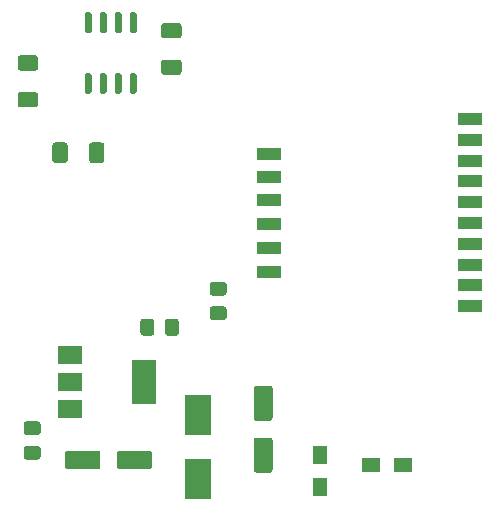
<source format=gtp>
G04 #@! TF.GenerationSoftware,KiCad,Pcbnew,5.1.10-88a1d61d58~88~ubuntu20.10.1*
G04 #@! TF.CreationDate,2021-05-21T17:46:03+03:00*
G04 #@! TF.ProjectId,Devboard,44657662-6f61-4726-942e-6b696361645f,rev?*
G04 #@! TF.SameCoordinates,Original*
G04 #@! TF.FileFunction,Paste,Top*
G04 #@! TF.FilePolarity,Positive*
%FSLAX46Y46*%
G04 Gerber Fmt 4.6, Leading zero omitted, Abs format (unit mm)*
G04 Created by KiCad (PCBNEW 5.1.10-88a1d61d58~88~ubuntu20.10.1) date 2021-05-21 17:46:03*
%MOMM*%
%LPD*%
G01*
G04 APERTURE LIST*
%ADD10R,2.300000X3.500000*%
%ADD11R,2.000000X1.500000*%
%ADD12R,2.000000X3.800000*%
%ADD13R,1.500000X1.300000*%
%ADD14R,1.300000X1.500000*%
%ADD15R,2.000000X1.000000*%
G04 APERTURE END LIST*
G36*
G01*
X132623400Y-101179200D02*
X133873400Y-101179200D01*
G75*
G02*
X134123400Y-101429200I0J-250000D01*
G01*
X134123400Y-102229200D01*
G75*
G02*
X133873400Y-102479200I-250000J0D01*
G01*
X132623400Y-102479200D01*
G75*
G02*
X132373400Y-102229200I0J250000D01*
G01*
X132373400Y-101429200D01*
G75*
G02*
X132623400Y-101179200I250000J0D01*
G01*
G37*
G36*
G01*
X132623400Y-98079200D02*
X133873400Y-98079200D01*
G75*
G02*
X134123400Y-98329200I0J-250000D01*
G01*
X134123400Y-99129200D01*
G75*
G02*
X133873400Y-99379200I-250000J0D01*
G01*
X132623400Y-99379200D01*
G75*
G02*
X132373400Y-99129200I0J250000D01*
G01*
X132373400Y-98329200D01*
G75*
G02*
X132623400Y-98079200I250000J0D01*
G01*
G37*
G36*
G01*
X138503800Y-96191600D02*
X138203800Y-96191600D01*
G75*
G02*
X138053800Y-96041600I0J150000D01*
G01*
X138053800Y-94591600D01*
G75*
G02*
X138203800Y-94441600I150000J0D01*
G01*
X138503800Y-94441600D01*
G75*
G02*
X138653800Y-94591600I0J-150000D01*
G01*
X138653800Y-96041600D01*
G75*
G02*
X138503800Y-96191600I-150000J0D01*
G01*
G37*
G36*
G01*
X139773800Y-96191600D02*
X139473800Y-96191600D01*
G75*
G02*
X139323800Y-96041600I0J150000D01*
G01*
X139323800Y-94591600D01*
G75*
G02*
X139473800Y-94441600I150000J0D01*
G01*
X139773800Y-94441600D01*
G75*
G02*
X139923800Y-94591600I0J-150000D01*
G01*
X139923800Y-96041600D01*
G75*
G02*
X139773800Y-96191600I-150000J0D01*
G01*
G37*
G36*
G01*
X141043800Y-96191600D02*
X140743800Y-96191600D01*
G75*
G02*
X140593800Y-96041600I0J150000D01*
G01*
X140593800Y-94591600D01*
G75*
G02*
X140743800Y-94441600I150000J0D01*
G01*
X141043800Y-94441600D01*
G75*
G02*
X141193800Y-94591600I0J-150000D01*
G01*
X141193800Y-96041600D01*
G75*
G02*
X141043800Y-96191600I-150000J0D01*
G01*
G37*
G36*
G01*
X142313800Y-96191600D02*
X142013800Y-96191600D01*
G75*
G02*
X141863800Y-96041600I0J150000D01*
G01*
X141863800Y-94591600D01*
G75*
G02*
X142013800Y-94441600I150000J0D01*
G01*
X142313800Y-94441600D01*
G75*
G02*
X142463800Y-94591600I0J-150000D01*
G01*
X142463800Y-96041600D01*
G75*
G02*
X142313800Y-96191600I-150000J0D01*
G01*
G37*
G36*
G01*
X142313800Y-101341600D02*
X142013800Y-101341600D01*
G75*
G02*
X141863800Y-101191600I0J150000D01*
G01*
X141863800Y-99741600D01*
G75*
G02*
X142013800Y-99591600I150000J0D01*
G01*
X142313800Y-99591600D01*
G75*
G02*
X142463800Y-99741600I0J-150000D01*
G01*
X142463800Y-101191600D01*
G75*
G02*
X142313800Y-101341600I-150000J0D01*
G01*
G37*
G36*
G01*
X141043800Y-101341600D02*
X140743800Y-101341600D01*
G75*
G02*
X140593800Y-101191600I0J150000D01*
G01*
X140593800Y-99741600D01*
G75*
G02*
X140743800Y-99591600I150000J0D01*
G01*
X141043800Y-99591600D01*
G75*
G02*
X141193800Y-99741600I0J-150000D01*
G01*
X141193800Y-101191600D01*
G75*
G02*
X141043800Y-101341600I-150000J0D01*
G01*
G37*
G36*
G01*
X139773800Y-101341600D02*
X139473800Y-101341600D01*
G75*
G02*
X139323800Y-101191600I0J150000D01*
G01*
X139323800Y-99741600D01*
G75*
G02*
X139473800Y-99591600I150000J0D01*
G01*
X139773800Y-99591600D01*
G75*
G02*
X139923800Y-99741600I0J-150000D01*
G01*
X139923800Y-101191600D01*
G75*
G02*
X139773800Y-101341600I-150000J0D01*
G01*
G37*
G36*
G01*
X138503800Y-101341600D02*
X138203800Y-101341600D01*
G75*
G02*
X138053800Y-101191600I0J150000D01*
G01*
X138053800Y-99741600D01*
G75*
G02*
X138203800Y-99591600I150000J0D01*
G01*
X138503800Y-99591600D01*
G75*
G02*
X138653800Y-99741600I0J-150000D01*
G01*
X138653800Y-101191600D01*
G75*
G02*
X138503800Y-101341600I-150000J0D01*
G01*
G37*
G36*
G01*
X146014600Y-96636000D02*
X144764600Y-96636000D01*
G75*
G02*
X144514600Y-96386000I0J250000D01*
G01*
X144514600Y-95586000D01*
G75*
G02*
X144764600Y-95336000I250000J0D01*
G01*
X146014600Y-95336000D01*
G75*
G02*
X146264600Y-95586000I0J-250000D01*
G01*
X146264600Y-96386000D01*
G75*
G02*
X146014600Y-96636000I-250000J0D01*
G01*
G37*
G36*
G01*
X146014600Y-99736000D02*
X144764600Y-99736000D01*
G75*
G02*
X144514600Y-99486000I0J250000D01*
G01*
X144514600Y-98686000D01*
G75*
G02*
X144764600Y-98436000I250000J0D01*
G01*
X146014600Y-98436000D01*
G75*
G02*
X146264600Y-98686000I0J-250000D01*
G01*
X146264600Y-99486000D01*
G75*
G02*
X146014600Y-99736000I-250000J0D01*
G01*
G37*
G36*
G01*
X138415600Y-106949400D02*
X138415600Y-105699400D01*
G75*
G02*
X138665600Y-105449400I250000J0D01*
G01*
X139465600Y-105449400D01*
G75*
G02*
X139715600Y-105699400I0J-250000D01*
G01*
X139715600Y-106949400D01*
G75*
G02*
X139465600Y-107199400I-250000J0D01*
G01*
X138665600Y-107199400D01*
G75*
G02*
X138415600Y-106949400I0J250000D01*
G01*
G37*
G36*
G01*
X135315600Y-106949400D02*
X135315600Y-105699400D01*
G75*
G02*
X135565600Y-105449400I250000J0D01*
G01*
X136365600Y-105449400D01*
G75*
G02*
X136615600Y-105699400I0J-250000D01*
G01*
X136615600Y-106949400D01*
G75*
G02*
X136365600Y-107199400I-250000J0D01*
G01*
X135565600Y-107199400D01*
G75*
G02*
X135315600Y-106949400I0J250000D01*
G01*
G37*
D10*
X147637500Y-133954500D03*
X147637500Y-128554500D03*
G36*
G01*
X140781000Y-132884000D02*
X140781000Y-131784000D01*
G75*
G02*
X141031000Y-131534000I250000J0D01*
G01*
X143531000Y-131534000D01*
G75*
G02*
X143781000Y-131784000I0J-250000D01*
G01*
X143781000Y-132884000D01*
G75*
G02*
X143531000Y-133134000I-250000J0D01*
G01*
X141031000Y-133134000D01*
G75*
G02*
X140781000Y-132884000I0J250000D01*
G01*
G37*
G36*
G01*
X136381000Y-132884000D02*
X136381000Y-131784000D01*
G75*
G02*
X136631000Y-131534000I250000J0D01*
G01*
X139131000Y-131534000D01*
G75*
G02*
X139381000Y-131784000I0J-250000D01*
G01*
X139381000Y-132884000D01*
G75*
G02*
X139131000Y-133134000I-250000J0D01*
G01*
X136631000Y-133134000D01*
G75*
G02*
X136381000Y-132884000I0J250000D01*
G01*
G37*
D11*
X136804000Y-123430000D03*
X136804000Y-128030000D03*
X136804000Y-125730000D03*
D12*
X143104000Y-125730000D03*
G36*
G01*
X144849000Y-121569500D02*
X144849000Y-120619500D01*
G75*
G02*
X145099000Y-120369500I250000J0D01*
G01*
X145774000Y-120369500D01*
G75*
G02*
X146024000Y-120619500I0J-250000D01*
G01*
X146024000Y-121569500D01*
G75*
G02*
X145774000Y-121819500I-250000J0D01*
G01*
X145099000Y-121819500D01*
G75*
G02*
X144849000Y-121569500I0J250000D01*
G01*
G37*
G36*
G01*
X142774000Y-121569500D02*
X142774000Y-120619500D01*
G75*
G02*
X143024000Y-120369500I250000J0D01*
G01*
X143699000Y-120369500D01*
G75*
G02*
X143949000Y-120619500I0J-250000D01*
G01*
X143949000Y-121569500D01*
G75*
G02*
X143699000Y-121819500I-250000J0D01*
G01*
X143024000Y-121819500D01*
G75*
G02*
X142774000Y-121569500I0J250000D01*
G01*
G37*
G36*
G01*
X133129000Y-131133000D02*
X134079000Y-131133000D01*
G75*
G02*
X134329000Y-131383000I0J-250000D01*
G01*
X134329000Y-132058000D01*
G75*
G02*
X134079000Y-132308000I-250000J0D01*
G01*
X133129000Y-132308000D01*
G75*
G02*
X132879000Y-132058000I0J250000D01*
G01*
X132879000Y-131383000D01*
G75*
G02*
X133129000Y-131133000I250000J0D01*
G01*
G37*
G36*
G01*
X133129000Y-129058000D02*
X134079000Y-129058000D01*
G75*
G02*
X134329000Y-129308000I0J-250000D01*
G01*
X134329000Y-129983000D01*
G75*
G02*
X134079000Y-130233000I-250000J0D01*
G01*
X133129000Y-130233000D01*
G75*
G02*
X132879000Y-129983000I0J250000D01*
G01*
X132879000Y-129308000D01*
G75*
G02*
X133129000Y-129058000I250000J0D01*
G01*
G37*
G36*
G01*
X148877000Y-119322000D02*
X149827000Y-119322000D01*
G75*
G02*
X150077000Y-119572000I0J-250000D01*
G01*
X150077000Y-120247000D01*
G75*
G02*
X149827000Y-120497000I-250000J0D01*
G01*
X148877000Y-120497000D01*
G75*
G02*
X148627000Y-120247000I0J250000D01*
G01*
X148627000Y-119572000D01*
G75*
G02*
X148877000Y-119322000I250000J0D01*
G01*
G37*
G36*
G01*
X148877000Y-117247000D02*
X149827000Y-117247000D01*
G75*
G02*
X150077000Y-117497000I0J-250000D01*
G01*
X150077000Y-118172000D01*
G75*
G02*
X149827000Y-118422000I-250000J0D01*
G01*
X148877000Y-118422000D01*
G75*
G02*
X148627000Y-118172000I0J250000D01*
G01*
X148627000Y-117497000D01*
G75*
G02*
X148877000Y-117247000I250000J0D01*
G01*
G37*
G36*
G01*
X152612000Y-130430500D02*
X153712000Y-130430500D01*
G75*
G02*
X153962000Y-130680500I0J-250000D01*
G01*
X153962000Y-133180500D01*
G75*
G02*
X153712000Y-133430500I-250000J0D01*
G01*
X152612000Y-133430500D01*
G75*
G02*
X152362000Y-133180500I0J250000D01*
G01*
X152362000Y-130680500D01*
G75*
G02*
X152612000Y-130430500I250000J0D01*
G01*
G37*
G36*
G01*
X152612000Y-126030500D02*
X153712000Y-126030500D01*
G75*
G02*
X153962000Y-126280500I0J-250000D01*
G01*
X153962000Y-128780500D01*
G75*
G02*
X153712000Y-129030500I-250000J0D01*
G01*
X152612000Y-129030500D01*
G75*
G02*
X152362000Y-128780500I0J250000D01*
G01*
X152362000Y-126280500D01*
G75*
G02*
X152612000Y-126030500I250000J0D01*
G01*
G37*
D13*
X164989500Y-132778500D03*
X162289500Y-132778500D03*
D14*
X157988000Y-134636500D03*
X157988000Y-131936500D03*
D15*
X153670000Y-106391000D03*
X153670000Y-108341000D03*
X153670000Y-110341000D03*
X153670000Y-112395000D03*
X153670000Y-114391000D03*
X153670000Y-116391000D03*
X170670000Y-119291000D03*
X170670000Y-117541000D03*
X170670000Y-115791000D03*
X170670000Y-114041000D03*
X170670000Y-112291000D03*
X170670000Y-110491000D03*
X170670000Y-108741000D03*
X170670000Y-106991000D03*
X170670000Y-105241000D03*
X170670000Y-103491000D03*
M02*

</source>
